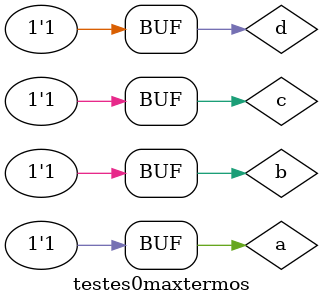
<source format=v>


module s0maxtermos (s0,a,b,c,d);
output s0;
input a,b,c,d;
wire t1,t2,t3,t4,t5,t,t7,t8;

or OR1(t1,a,b,c,d);
or OR2(t2,a,b,~c,~d);
or OR3 (t3, a,~b,c,~d);
or OR4 (t4,a,~b,~c,d);
or OR5 (t5,~a,b,c,~d);
or OR6 (t6,~a,b,~c,d);
or OR7 (t7,~a,~b,c,d);
or OR8 (t8,~a,~b,~c,~d);


and AND1 (s0,t1,t2,t3,t4,t5,t6,t7,t8); 


endmodule //fim s0maxtermos

// ---------------------
// -- teste s0 com maxtermos
// ---------------------

module testes0maxtermos;

wire s0;
reg a,b,c,d;

s0maxtermos Teste (s0,a,b,c,d);

 initial begin
      $display("\na  b   c   d  s0\n");
      $monitor("%b  %b   %b   %b  %b", a, b, c, d, s0);
  
	     a=0; b=0; c=0; d=0;  
    #1  a=0; b=0; c=0; d=1;
    #1  a=0; b=0; c=1; d=0;
    #1  a=0; b=0; c=1; d=1;
    #1  a=0; b=1; c=0; d=0;
 	 #1  a=0; b=1; c=0; d=1;
    #1  a=0; b=1; c=1; d=0;
    #1  a=0; b=1; c=1; d=1;
    #1  a=1; b=0; c=0; d=0;
    #1  a=1; b=0; c=0; d=1;
    #1  a=1; b=0; c=1; d=0;
    #1  a=1; b=0; c=1; d=1;
    #1  a=1; b=1; c=0; d=0;
    #1  a=1; b=1; c=0; d=1;
    #1  a=1; b=1; c=1; d=0;
    #1  a=1; b=1; c=1; d=1;
        
    end
    endmodule

//fim testes0maxtermos
</source>
